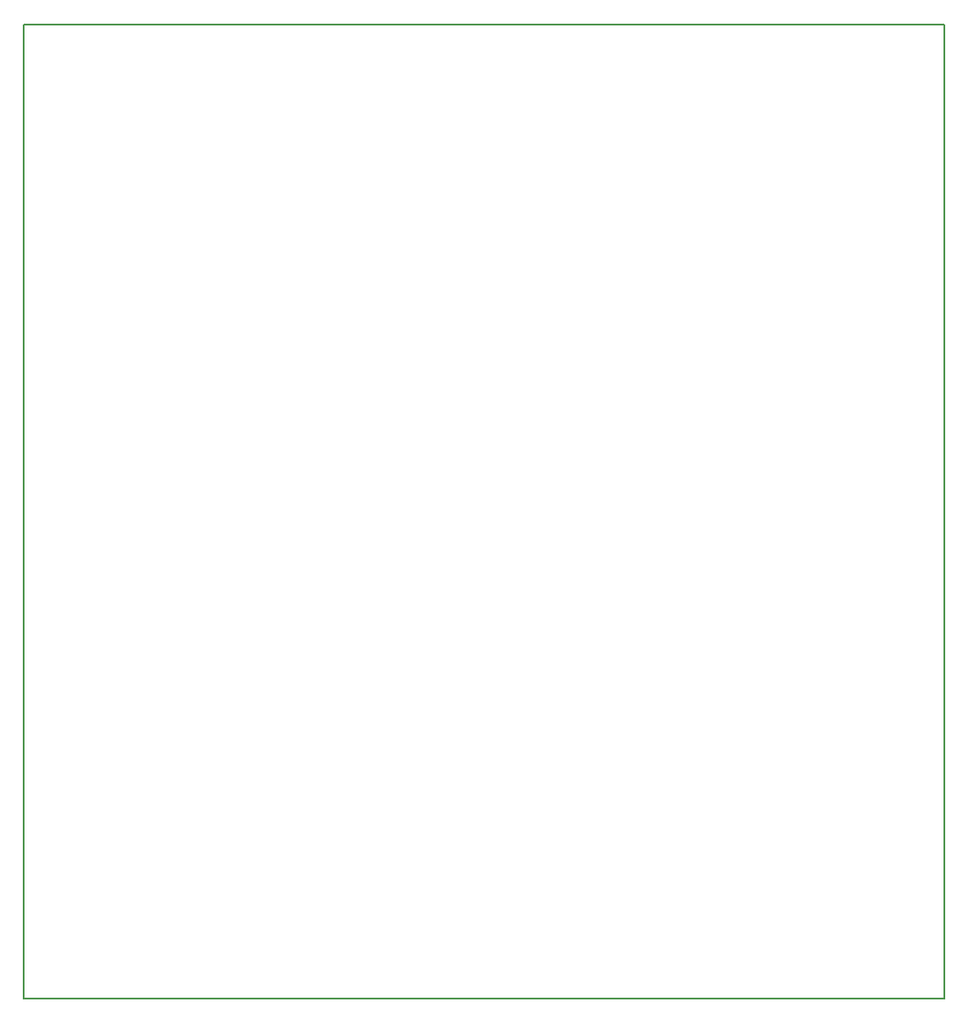
<source format=gbr>
G04 DipTrace 4.3.0.5*
G04 BoardOutline.gbr*
%MOIN*%
G04 #@! TF.FileFunction,Profile*
G04 #@! TF.Part,Single*
%ADD12C,0.005512*%
%FSLAX26Y26*%
G04*
G70*
G90*
G75*
G01*
G04 BoardOutline*
%LPD*%
X393700Y393700D2*
D12*
X3893700D1*
Y4093700D1*
X393700D1*
Y393700D1*
M02*

</source>
